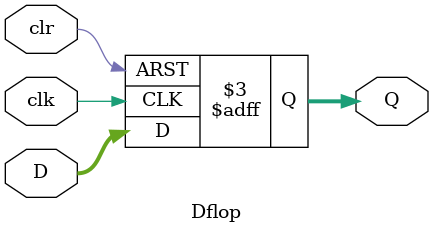
<source format=v>
module Dflop 
#(parameter WIDTH = 16)
(
input clk,clr,
input [WIDTH-1:0] D,
output reg [WIDTH-1:0] Q
);


always @(posedge clk, negedge clr) begin
	
	if (~clr)begin
		Q <= {WIDTH{1'b0}};
	end
	else begin
		Q <= D;
	end
	

end


endmodule 
</source>
